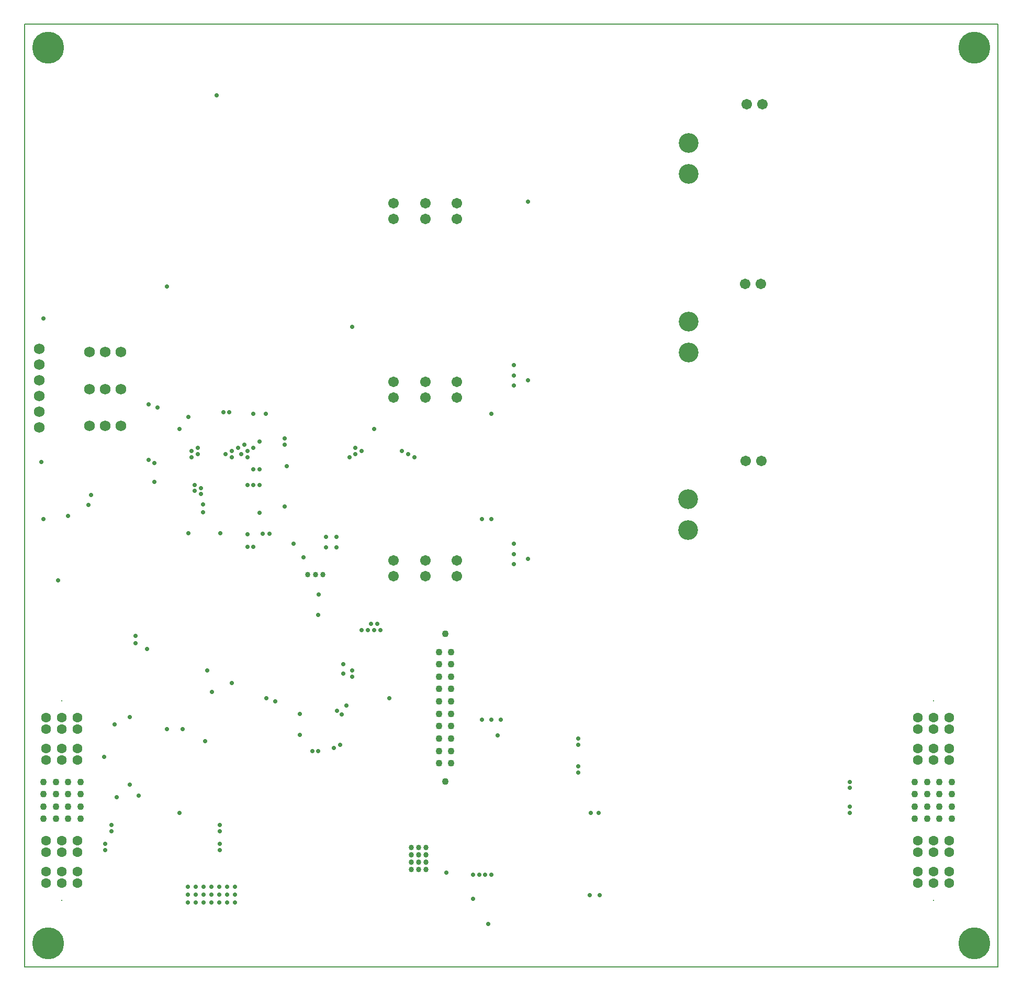
<source format=gbs>
%FSLAX25Y25*%
%MOIN*%
G70*
G01*
G75*
G04 Layer_Color=16711935*
%ADD10C,0.00700*%
%ADD11R,0.02953X0.02559*%
%ADD12R,0.02559X0.02953*%
%ADD13R,0.01969X0.12992*%
%ADD14R,0.05118X0.12992*%
%ADD15R,0.01969X0.02362*%
%ADD16R,0.03937X0.04331*%
%ADD17R,0.04331X0.03937*%
%ADD18R,0.10630X0.06299*%
%ADD19R,0.02362X0.01969*%
%ADD20R,0.05906X0.05118*%
%ADD21R,0.05118X0.05906*%
G04:AMPARAMS|DCode=22|XSize=39.37mil|YSize=43.31mil|CornerRadius=0mil|HoleSize=0mil|Usage=FLASHONLY|Rotation=135.000|XOffset=0mil|YOffset=0mil|HoleType=Round|Shape=Rectangle|*
%AMROTATEDRECTD22*
4,1,4,0.02923,0.00139,-0.00139,-0.02923,-0.02923,-0.00139,0.00139,0.02923,0.02923,0.00139,0.0*
%
%ADD22ROTATEDRECTD22*%

%ADD23R,0.03937X0.03937*%
%ADD24R,0.03543X0.02362*%
%ADD25R,0.02362X0.03543*%
G04:AMPARAMS|DCode=26|XSize=23.62mil|YSize=35.43mil|CornerRadius=0mil|HoleSize=0mil|Usage=FLASHONLY|Rotation=330.000|XOffset=0mil|YOffset=0mil|HoleType=Round|Shape=Rectangle|*
%AMROTATEDRECTD26*
4,1,4,-0.01909,-0.00944,-0.00137,0.02125,0.01909,0.00944,0.00137,-0.02125,-0.01909,-0.00944,0.0*
%
%ADD26ROTATEDRECTD26*%

G04:AMPARAMS|DCode=27|XSize=23.62mil|YSize=35.43mil|CornerRadius=0mil|HoleSize=0mil|Usage=FLASHONLY|Rotation=210.000|XOffset=0mil|YOffset=0mil|HoleType=Round|Shape=Rectangle|*
%AMROTATEDRECTD27*
4,1,4,0.00137,0.02125,0.01909,-0.00944,-0.00137,-0.02125,-0.01909,0.00944,0.00137,0.02125,0.0*
%
%ADD27ROTATEDRECTD27*%

%ADD28R,0.02008X0.02953*%
G04:AMPARAMS|DCode=29|XSize=20.08mil|YSize=29.53mil|CornerRadius=0mil|HoleSize=0mil|Usage=FLASHONLY|Rotation=240.000|XOffset=0mil|YOffset=0mil|HoleType=Round|Shape=Rectangle|*
%AMROTATEDRECTD29*
4,1,4,-0.00777,0.01608,0.01781,0.00131,0.00777,-0.01608,-0.01781,-0.00131,-0.00777,0.01608,0.0*
%
%ADD29ROTATEDRECTD29*%

G04:AMPARAMS|DCode=30|XSize=20.08mil|YSize=29.53mil|CornerRadius=0mil|HoleSize=0mil|Usage=FLASHONLY|Rotation=300.000|XOffset=0mil|YOffset=0mil|HoleType=Round|Shape=Rectangle|*
%AMROTATEDRECTD30*
4,1,4,-0.01781,0.00131,0.00777,0.01608,0.01781,-0.00131,-0.00777,-0.01608,-0.01781,0.00131,0.0*
%
%ADD30ROTATEDRECTD30*%

%ADD31R,0.03347X0.03937*%
%ADD32R,0.03347X0.03937*%
%ADD33R,0.03937X0.03347*%
%ADD34R,0.03937X0.03347*%
%ADD35R,0.20472X0.03543*%
%ADD36R,0.06693X0.09843*%
%ADD37R,0.11417X0.21260*%
%ADD38R,0.04528X0.05512*%
%ADD39R,0.06299X0.07874*%
%ADD40R,0.02756X0.01181*%
%ADD41R,0.09843X0.06693*%
%ADD42O,0.07087X0.01181*%
%ADD43O,0.01181X0.07087*%
%ADD44R,0.09449X0.02992*%
%ADD45R,0.15157X0.21654*%
%ADD46R,0.04724X0.09843*%
%ADD47R,0.01575X0.05315*%
%ADD48R,0.06299X0.05512*%
%ADD49R,0.07480X0.07087*%
%ADD50R,0.09055X0.05118*%
%ADD51R,0.05118X0.09055*%
%ADD52R,0.07087X0.07480*%
%ADD53R,0.05512X0.06299*%
%ADD54R,0.05315X0.01575*%
%ADD55R,0.13386X0.07087*%
%ADD56R,0.01181X0.03347*%
%ADD57R,0.07087X0.05512*%
%ADD58R,0.06299X0.02992*%
%ADD59R,0.06102X0.01772*%
%ADD60C,0.03937*%
%ADD61R,0.02953X0.02008*%
%ADD62R,0.21654X0.27165*%
%ADD63R,0.03740X0.07480*%
%ADD64R,0.07008X0.01654*%
%ADD65R,0.11811X0.16535*%
%ADD66C,0.01000*%
%ADD67C,0.00600*%
%ADD68C,0.02000*%
%ADD69C,0.03000*%
G04:AMPARAMS|DCode=70|XSize=23.62mil|YSize=39.37mil|CornerRadius=0mil|HoleSize=0mil|Usage=FLASHONLY|Rotation=60.000|XOffset=0mil|YOffset=0mil|HoleType=Round|Shape=Rectangle|*
%AMROTATEDRECTD70*
4,1,4,0.01114,-0.02007,-0.02295,-0.00039,-0.01114,0.02007,0.02295,0.00039,0.01114,-0.02007,0.0*
%
%ADD70ROTATEDRECTD70*%

G04:AMPARAMS|DCode=71|XSize=23.62mil|YSize=39.37mil|CornerRadius=0mil|HoleSize=0mil|Usage=FLASHONLY|Rotation=120.000|XOffset=0mil|YOffset=0mil|HoleType=Round|Shape=Rectangle|*
%AMROTATEDRECTD71*
4,1,4,0.02295,-0.00039,-0.01114,-0.02007,-0.02295,0.00039,0.01114,0.02007,0.02295,-0.00039,0.0*
%
%ADD71ROTATEDRECTD71*%

%ADD72R,0.02362X0.03937*%
%ADD73R,0.02362X0.03740*%
%ADD74C,0.06000*%
%ADD75C,0.05906*%
%ADD76C,0.11811*%
%ADD77C,0.20000*%
%ADD78C,0.00394*%
%ADD79C,0.02000*%
%ADD80C,0.02598*%
%ADD81C,0.00984*%
%ADD82C,0.02362*%
%ADD83C,0.00787*%
%ADD84R,0.03753X0.03359*%
%ADD85R,0.03359X0.03753*%
%ADD86R,0.02769X0.13792*%
%ADD87R,0.05918X0.13792*%
%ADD88R,0.02769X0.03162*%
%ADD89R,0.04737X0.05131*%
%ADD90R,0.05131X0.04737*%
%ADD91R,0.11430X0.07099*%
%ADD92R,0.03162X0.02769*%
%ADD93R,0.06706X0.05918*%
%ADD94R,0.05918X0.06706*%
G04:AMPARAMS|DCode=95|XSize=47.37mil|YSize=51.31mil|CornerRadius=0mil|HoleSize=0mil|Usage=FLASHONLY|Rotation=135.000|XOffset=0mil|YOffset=0mil|HoleType=Round|Shape=Rectangle|*
%AMROTATEDRECTD95*
4,1,4,0.03489,0.00139,-0.00139,-0.03489,-0.03489,-0.00139,0.00139,0.03489,0.03489,0.00139,0.0*
%
%ADD95ROTATEDRECTD95*%

%ADD96R,0.04737X0.04737*%
%ADD97R,0.04343X0.03162*%
%ADD98R,0.03162X0.04343*%
G04:AMPARAMS|DCode=99|XSize=31.62mil|YSize=43.43mil|CornerRadius=0mil|HoleSize=0mil|Usage=FLASHONLY|Rotation=330.000|XOffset=0mil|YOffset=0mil|HoleType=Round|Shape=Rectangle|*
%AMROTATEDRECTD99*
4,1,4,-0.02455,-0.01090,-0.00283,0.02671,0.02455,0.01090,0.00283,-0.02671,-0.02455,-0.01090,0.0*
%
%ADD99ROTATEDRECTD99*%

G04:AMPARAMS|DCode=100|XSize=31.62mil|YSize=43.43mil|CornerRadius=0mil|HoleSize=0mil|Usage=FLASHONLY|Rotation=210.000|XOffset=0mil|YOffset=0mil|HoleType=Round|Shape=Rectangle|*
%AMROTATEDRECTD100*
4,1,4,0.00283,0.02671,0.02455,-0.01090,-0.00283,-0.02671,-0.02455,0.01090,0.00283,0.02671,0.0*
%
%ADD100ROTATEDRECTD100*%

%ADD101R,0.02808X0.03753*%
G04:AMPARAMS|DCode=102|XSize=28.08mil|YSize=37.53mil|CornerRadius=0mil|HoleSize=0mil|Usage=FLASHONLY|Rotation=240.000|XOffset=0mil|YOffset=0mil|HoleType=Round|Shape=Rectangle|*
%AMROTATEDRECTD102*
4,1,4,-0.00923,0.02154,0.02327,0.00278,0.00923,-0.02154,-0.02327,-0.00278,-0.00923,0.02154,0.0*
%
%ADD102ROTATEDRECTD102*%

G04:AMPARAMS|DCode=103|XSize=28.08mil|YSize=37.53mil|CornerRadius=0mil|HoleSize=0mil|Usage=FLASHONLY|Rotation=300.000|XOffset=0mil|YOffset=0mil|HoleType=Round|Shape=Rectangle|*
%AMROTATEDRECTD103*
4,1,4,-0.02327,0.00278,0.00923,0.02154,0.02327,-0.00278,-0.00923,-0.02154,-0.02327,0.00278,0.0*
%
%ADD103ROTATEDRECTD103*%

%ADD104R,0.04147X0.04737*%
%ADD105R,0.04147X0.04737*%
%ADD106R,0.04737X0.04147*%
%ADD107R,0.04737X0.04147*%
%ADD108R,0.21272X0.04343*%
%ADD109R,0.07493X0.10642*%
%ADD110R,0.12217X0.22060*%
%ADD111R,0.05328X0.06312*%
%ADD112R,0.06535X0.08110*%
%ADD113R,0.02992X0.01417*%
%ADD114R,0.10642X0.07493*%
%ADD115O,0.07887X0.01981*%
%ADD116O,0.01981X0.07887*%
%ADD117R,0.09843X0.03386*%
%ADD118R,0.15957X0.22453*%
%ADD119R,0.05524X0.10642*%
%ADD120R,0.01969X0.05709*%
%ADD121R,0.07099X0.06312*%
%ADD122R,0.08280X0.07887*%
%ADD123R,0.09855X0.05918*%
%ADD124R,0.05918X0.09855*%
%ADD125R,0.07887X0.08280*%
%ADD126R,0.06312X0.07099*%
%ADD127R,0.05709X0.01969*%
%ADD128R,0.14186X0.07887*%
%ADD129R,0.01981X0.04147*%
%ADD130R,0.07887X0.06312*%
%ADD131R,0.07099X0.03792*%
%ADD132R,0.06902X0.02572*%
%ADD133C,0.04737*%
%ADD134R,0.03753X0.02808*%
%ADD135R,0.22453X0.27965*%
%ADD136R,0.04540X0.08280*%
%ADD137R,0.07402X0.02047*%
%ADD138R,0.12205X0.16929*%
%ADD139C,0.02800*%
G04:AMPARAMS|DCode=140|XSize=31.62mil|YSize=47.37mil|CornerRadius=0mil|HoleSize=0mil|Usage=FLASHONLY|Rotation=60.000|XOffset=0mil|YOffset=0mil|HoleType=Round|Shape=Rectangle|*
%AMROTATEDRECTD140*
4,1,4,0.01261,-0.02554,-0.02842,-0.00185,-0.01261,0.02554,0.02842,0.00185,0.01261,-0.02554,0.0*
%
%ADD140ROTATEDRECTD140*%

G04:AMPARAMS|DCode=141|XSize=31.62mil|YSize=47.37mil|CornerRadius=0mil|HoleSize=0mil|Usage=FLASHONLY|Rotation=120.000|XOffset=0mil|YOffset=0mil|HoleType=Round|Shape=Rectangle|*
%AMROTATEDRECTD141*
4,1,4,0.02842,-0.00185,-0.01261,-0.02554,-0.02842,0.00185,0.01261,0.02554,0.02842,-0.00185,0.0*
%
%ADD141ROTATEDRECTD141*%

%ADD142R,0.03162X0.04737*%
%ADD143R,0.03162X0.04540*%
%ADD144C,0.06800*%
%ADD145C,0.00800*%
%ADD146C,0.06299*%
%ADD147C,0.04331*%
%ADD148C,0.06706*%
%ADD149C,0.12611*%
%ADD150C,0.20300*%
%ADD151C,0.02800*%
%ADD152C,0.03398*%
D67*
X0Y0D02*
X620000D01*
X0D02*
Y600000D01*
X620000D01*
Y0D02*
Y600000D01*
D78*
X298819Y8760D02*
D03*
X272047D02*
D03*
D144*
X61181Y367815D02*
D03*
X51181D02*
D03*
X41181D02*
D03*
X61181Y344193D02*
D03*
X51181D02*
D03*
X41181D02*
D03*
X61181Y391437D02*
D03*
X51181Y391437D02*
D03*
X41181Y391437D02*
D03*
X9200Y343200D02*
D03*
Y353200D02*
D03*
Y363200D02*
D03*
Y373200D02*
D03*
X9200Y383200D02*
D03*
X9200Y393200D02*
D03*
D145*
X578780Y42500D02*
D03*
Y169508D02*
D03*
X23583Y169508D02*
D03*
Y42500D02*
D03*
D146*
X568780Y131634D02*
D03*
X578780D02*
D03*
X588779D02*
D03*
X568780Y139035D02*
D03*
X578780D02*
D03*
X588779D02*
D03*
Y158701D02*
D03*
X568780Y53307D02*
D03*
X578780Y158701D02*
D03*
X568780D02*
D03*
X578780Y53307D02*
D03*
X588779D02*
D03*
Y151299D02*
D03*
X578780D02*
D03*
X568780D02*
D03*
X588779Y60709D02*
D03*
X578780D02*
D03*
X568780D02*
D03*
Y80374D02*
D03*
X578780D02*
D03*
X588779D02*
D03*
Y72972D02*
D03*
X578780D02*
D03*
X568780D02*
D03*
X33583Y80374D02*
D03*
X23583D02*
D03*
X13583D02*
D03*
X33583Y72972D02*
D03*
X23583D02*
D03*
X13583D02*
D03*
Y53307D02*
D03*
X33583Y158701D02*
D03*
X23583Y53307D02*
D03*
X33583D02*
D03*
X23583Y158701D02*
D03*
X13583D02*
D03*
Y60709D02*
D03*
X23583D02*
D03*
X33583D02*
D03*
X13583Y151299D02*
D03*
X23583D02*
D03*
X33583D02*
D03*
Y131634D02*
D03*
X23583D02*
D03*
X13583D02*
D03*
Y139035D02*
D03*
X23583D02*
D03*
X33583D02*
D03*
D147*
X566929Y117815D02*
D03*
Y109941D02*
D03*
Y94193D02*
D03*
Y102067D02*
D03*
X582677Y117815D02*
D03*
X590551D02*
D03*
X574803Y102067D02*
D03*
Y94193D02*
D03*
Y109941D02*
D03*
Y117815D02*
D03*
X590551Y109941D02*
D03*
Y102067D02*
D03*
Y94193D02*
D03*
X582677D02*
D03*
Y102067D02*
D03*
Y109941D02*
D03*
X263779Y200492D02*
D03*
Y192618D02*
D03*
Y176870D02*
D03*
Y184744D02*
D03*
Y168996D02*
D03*
X271654D02*
D03*
Y184744D02*
D03*
Y176870D02*
D03*
Y192618D02*
D03*
Y200492D02*
D03*
Y161122D02*
D03*
Y153248D02*
D03*
Y137500D02*
D03*
Y145374D02*
D03*
Y129626D02*
D03*
X263779D02*
D03*
Y145374D02*
D03*
Y137500D02*
D03*
Y153248D02*
D03*
Y161122D02*
D03*
X267717Y212008D02*
D03*
Y118110D02*
D03*
X35433Y94193D02*
D03*
Y102067D02*
D03*
Y117815D02*
D03*
Y109941D02*
D03*
X19685Y94193D02*
D03*
X11811D02*
D03*
X27559Y109941D02*
D03*
Y117815D02*
D03*
Y102067D02*
D03*
Y94193D02*
D03*
X11811Y102067D02*
D03*
Y109941D02*
D03*
Y117815D02*
D03*
X19685D02*
D03*
Y109941D02*
D03*
Y102067D02*
D03*
D148*
X275197Y258661D02*
D03*
Y248661D02*
D03*
Y372342D02*
D03*
Y362343D02*
D03*
X255019Y486024D02*
D03*
Y476024D02*
D03*
Y258661D02*
D03*
Y248661D02*
D03*
Y372342D02*
D03*
Y362343D02*
D03*
X234840Y486024D02*
D03*
Y476024D02*
D03*
Y258661D02*
D03*
Y248661D02*
D03*
Y372342D02*
D03*
Y362343D02*
D03*
X469728Y549047D02*
D03*
X459728D02*
D03*
X469335Y322078D02*
D03*
X459335D02*
D03*
X468935Y434572D02*
D03*
X458935D02*
D03*
X275197Y486024D02*
D03*
Y476024D02*
D03*
D149*
X422539Y277854D02*
D03*
Y297539D02*
D03*
X422933Y391142D02*
D03*
Y410827D02*
D03*
Y504823D02*
D03*
Y524508D02*
D03*
D150*
X605000Y585000D02*
D03*
X15000Y15000D02*
D03*
Y585000D02*
D03*
X605000Y15000D02*
D03*
D151*
X141732Y306791D02*
D03*
X78740Y357972D02*
D03*
X165354Y332382D02*
D03*
X84646Y356004D02*
D03*
X98425Y342224D02*
D03*
X58661Y107972D02*
D03*
X98425Y98130D02*
D03*
X149606Y316634D02*
D03*
Y306791D02*
D03*
Y289075D02*
D03*
X77953Y202461D02*
D03*
X153740Y171161D02*
D03*
X116142Y188681D02*
D03*
X114961Y143799D02*
D03*
X57087Y154429D02*
D03*
X66929Y159153D02*
D03*
X171260Y269390D02*
D03*
X175197Y161122D02*
D03*
Y147539D02*
D03*
X201969Y160630D02*
D03*
X159449Y168996D02*
D03*
X202756Y192618D02*
D03*
X214567Y214272D02*
D03*
X141732Y275295D02*
D03*
X220472Y218209D02*
D03*
X208661Y188681D02*
D03*
X198819Y163091D02*
D03*
X208661Y184744D02*
D03*
X204724Y166240D02*
D03*
X222441Y214272D02*
D03*
X224410Y218209D02*
D03*
X226378Y214272D02*
D03*
X112205Y304823D02*
D03*
X108268Y302854D02*
D03*
Y306791D02*
D03*
X112205Y300886D02*
D03*
X297244Y58760D02*
D03*
X293307D02*
D03*
X289370D02*
D03*
X285433D02*
D03*
X145669Y306791D02*
D03*
Y316634D02*
D03*
Y267421D02*
D03*
X141732D02*
D03*
X100394Y151279D02*
D03*
X55118Y86319D02*
D03*
Y90256D02*
D03*
X51181Y74508D02*
D03*
X51181Y78445D02*
D03*
X124016Y74508D02*
D03*
Y78445D02*
D03*
Y86319D02*
D03*
Y90256D02*
D03*
X295276Y27264D02*
D03*
X285411Y43384D02*
D03*
X268667Y60128D02*
D03*
X103858Y50886D02*
D03*
X108858D02*
D03*
X113858D02*
D03*
X118858D02*
D03*
X123858D02*
D03*
X128858D02*
D03*
X133858D02*
D03*
X103858Y45886D02*
D03*
X108858D02*
D03*
X113858D02*
D03*
X118858D02*
D03*
X123858D02*
D03*
X128858D02*
D03*
X133858D02*
D03*
X103858Y40886D02*
D03*
X108858D02*
D03*
X113858D02*
D03*
X118858D02*
D03*
X123858D02*
D03*
X128858D02*
D03*
X133858D02*
D03*
X183071Y137500D02*
D03*
X187008D02*
D03*
X196850Y139469D02*
D03*
X200787Y141437D02*
D03*
X525591Y98130D02*
D03*
Y102067D02*
D03*
X352362Y123721D02*
D03*
Y127657D02*
D03*
X525591Y113878D02*
D03*
Y117815D02*
D03*
X352362Y141437D02*
D03*
X352362Y145374D02*
D03*
X303150Y157185D02*
D03*
X297244Y285138D02*
D03*
Y157185D02*
D03*
X222441Y342224D02*
D03*
X291339Y285138D02*
D03*
Y157185D02*
D03*
X165354Y336319D02*
D03*
X110236Y326476D02*
D03*
X106299Y328445D02*
D03*
X110236Y330413D02*
D03*
X11811Y285138D02*
D03*
X78740Y322539D02*
D03*
X82677Y320571D02*
D03*
X27553Y287101D02*
D03*
X104331Y276083D02*
D03*
X82677Y308760D02*
D03*
X42313Y300324D02*
D03*
X40615Y294163D02*
D03*
X311417Y269291D02*
D03*
Y256299D02*
D03*
Y262598D02*
D03*
X320669Y259533D02*
D03*
X67012Y116086D02*
D03*
X50476Y133802D02*
D03*
X72602Y109070D02*
D03*
X122047Y554823D02*
D03*
X119243Y174853D02*
D03*
X90551Y151279D02*
D03*
X187031Y237039D02*
D03*
X187008Y224114D02*
D03*
X155970Y275659D02*
D03*
X21261Y245863D02*
D03*
X151639Y275667D02*
D03*
X124517Y276167D02*
D03*
X198425Y267028D02*
D03*
X191732D02*
D03*
Y273721D02*
D03*
X198425D02*
D03*
X177532Y260539D02*
D03*
X90551Y433169D02*
D03*
X145669Y352067D02*
D03*
X153543D02*
D03*
X208661Y407185D02*
D03*
X104331Y350098D02*
D03*
X149606Y334350D02*
D03*
X139764Y332382D02*
D03*
X145669Y330413D02*
D03*
X141732Y328445D02*
D03*
X135827Y330413D02*
D03*
X131890Y328445D02*
D03*
X137795Y326476D02*
D03*
X127953D02*
D03*
X130315Y352854D02*
D03*
X126378D02*
D03*
X311417Y382972D02*
D03*
Y369980D02*
D03*
X297244Y352067D02*
D03*
X311417Y376279D02*
D03*
X232283Y170965D02*
D03*
X210630Y330413D02*
D03*
X244094Y326476D02*
D03*
X210630D02*
D03*
X240158Y328445D02*
D03*
X214567D02*
D03*
X106299Y324508D02*
D03*
X131890D02*
D03*
X141732D02*
D03*
X206693D02*
D03*
X248031D02*
D03*
X301181Y147343D02*
D03*
X320669Y373214D02*
D03*
Y486994D02*
D03*
X165354Y293012D02*
D03*
X218504Y214272D02*
D03*
X202756Y186713D02*
D03*
X131890Y180807D02*
D03*
X11811Y412697D02*
D03*
X166929Y318602D02*
D03*
X70472Y206004D02*
D03*
Y210728D02*
D03*
X113386Y294193D02*
D03*
Y289469D02*
D03*
X360630Y98130D02*
D03*
X365354D02*
D03*
X359842Y45768D02*
D03*
X366142D02*
D03*
X10630Y321358D02*
D03*
D152*
X180307Y249539D02*
D03*
X185031D02*
D03*
X189756Y249539D02*
D03*
X255478Y61998D02*
D03*
X250753D02*
D03*
X246029D02*
D03*
X255478Y66723D02*
D03*
X250753D02*
D03*
X246029D02*
D03*
X255478Y71447D02*
D03*
X250753D02*
D03*
X246029D02*
D03*
X255478Y76172D02*
D03*
X250753D02*
D03*
X246029D02*
D03*
M02*

</source>
